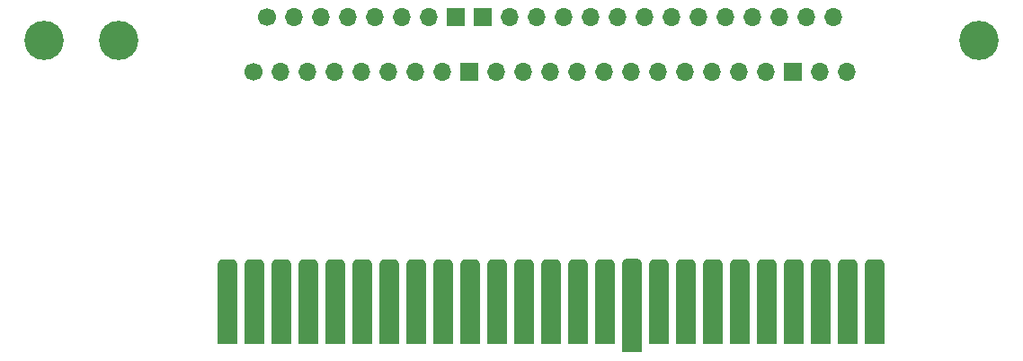
<source format=gbr>
%TF.GenerationSoftware,KiCad,Pcbnew,(6.0.6)*%
%TF.CreationDate,2023-04-01T18:19:22-04:00*%
%TF.ProjectId,SMS-to-GG,534d532d-746f-42d4-9747-2e6b69636164,rev?*%
%TF.SameCoordinates,Original*%
%TF.FileFunction,Soldermask,Top*%
%TF.FilePolarity,Negative*%
%FSLAX46Y46*%
G04 Gerber Fmt 4.6, Leading zero omitted, Abs format (unit mm)*
G04 Created by KiCad (PCBNEW (6.0.6)) date 2023-04-01 18:19:22*
%MOMM*%
%LPD*%
G01*
G04 APERTURE LIST*
G04 Aperture macros list*
%AMFreePoly0*
4,1,17,-0.910000,3.545000,-0.901941,3.630258,-0.857113,3.757908,-0.776734,3.866734,-0.667908,3.947113,-0.540258,3.991941,-0.455000,4.000000,0.455000,4.000000,0.540258,3.991941,0.667908,3.947113,0.776734,3.866734,0.857113,3.757908,0.901941,3.630258,0.910000,3.545000,0.910000,-4.000000,-0.910000,-4.000000,-0.910000,3.545000,-0.910000,3.545000,$1*%
%AMFreePoly1*
4,1,17,-0.910000,3.945000,-0.901941,4.030258,-0.857113,4.157908,-0.776734,4.266734,-0.667908,4.347113,-0.540258,4.391941,-0.455000,4.400000,0.455000,4.400000,0.540258,4.391941,0.667908,4.347113,0.776734,4.266734,0.857113,4.157908,0.901941,4.030258,0.910000,3.945000,0.910000,-4.400000,-0.910000,-4.400000,-0.910000,3.945000,-0.910000,3.945000,$1*%
G04 Aperture macros list end*
%ADD10C,3.700000*%
%ADD11C,1.700000*%
%ADD12O,1.700000X1.700000*%
%ADD13R,1.700000X1.700000*%
%ADD14FreePoly0,0.000000*%
%ADD15FreePoly1,0.000000*%
G04 APERTURE END LIST*
D10*
%TO.C,J2*%
X15783000Y-87623000D03*
X22833000Y-87623000D03*
X103859000Y-87623000D03*
D11*
X35533000Y-90611000D03*
X36803000Y-85491000D03*
D12*
X38073000Y-90611000D03*
X39343000Y-85491000D03*
X40613000Y-90611000D03*
X41883000Y-85491000D03*
X43153000Y-90611000D03*
X44423000Y-85491000D03*
X45693000Y-90611000D03*
X46963000Y-85491000D03*
X48233000Y-90611000D03*
X49503000Y-85491000D03*
X50773000Y-90611000D03*
X52043000Y-85491000D03*
X53313000Y-90611000D03*
D13*
X54583000Y-85491000D03*
X55853000Y-90611000D03*
X57123000Y-85491000D03*
D12*
X58393000Y-90611000D03*
X59663000Y-85491000D03*
X60933000Y-90611000D03*
X62203000Y-85491000D03*
X63473000Y-90611000D03*
X64743000Y-85491000D03*
X66013000Y-90611000D03*
X67283000Y-85491000D03*
X68553000Y-90611000D03*
X69823000Y-85491000D03*
X71093000Y-90611000D03*
X72363000Y-85491000D03*
X73633000Y-90611000D03*
X74903000Y-85491000D03*
X76173000Y-90611000D03*
X77443000Y-85491000D03*
X78713000Y-90611000D03*
X79983000Y-85491000D03*
X81253000Y-90611000D03*
X82523000Y-85491000D03*
X83793000Y-90611000D03*
X85063000Y-85491000D03*
D13*
X86333000Y-90611000D03*
D12*
X87603000Y-85491000D03*
X88873000Y-90611000D03*
X90143000Y-85491000D03*
X91413000Y-90611000D03*
%TD*%
D14*
%TO.C,J1*%
X94037000Y-112268000D03*
X91497000Y-112268000D03*
X88957000Y-112268000D03*
X86417000Y-112268000D03*
X83877000Y-112268000D03*
X81337000Y-112268000D03*
X78797000Y-112268000D03*
X76257000Y-112268000D03*
X73717000Y-112268000D03*
D15*
X71177000Y-112668000D03*
D14*
X68637000Y-112268000D03*
X66097000Y-112268000D03*
X63557000Y-112268000D03*
X61017000Y-112268000D03*
X58477000Y-112268000D03*
X55937000Y-112268000D03*
X53397000Y-112268000D03*
X50857000Y-112268000D03*
X48317000Y-112268000D03*
X45777000Y-112268000D03*
X43237000Y-112268000D03*
X40697000Y-112268000D03*
X38157000Y-112268000D03*
X35617000Y-112268000D03*
X33077000Y-112268000D03*
%TD*%
M02*

</source>
